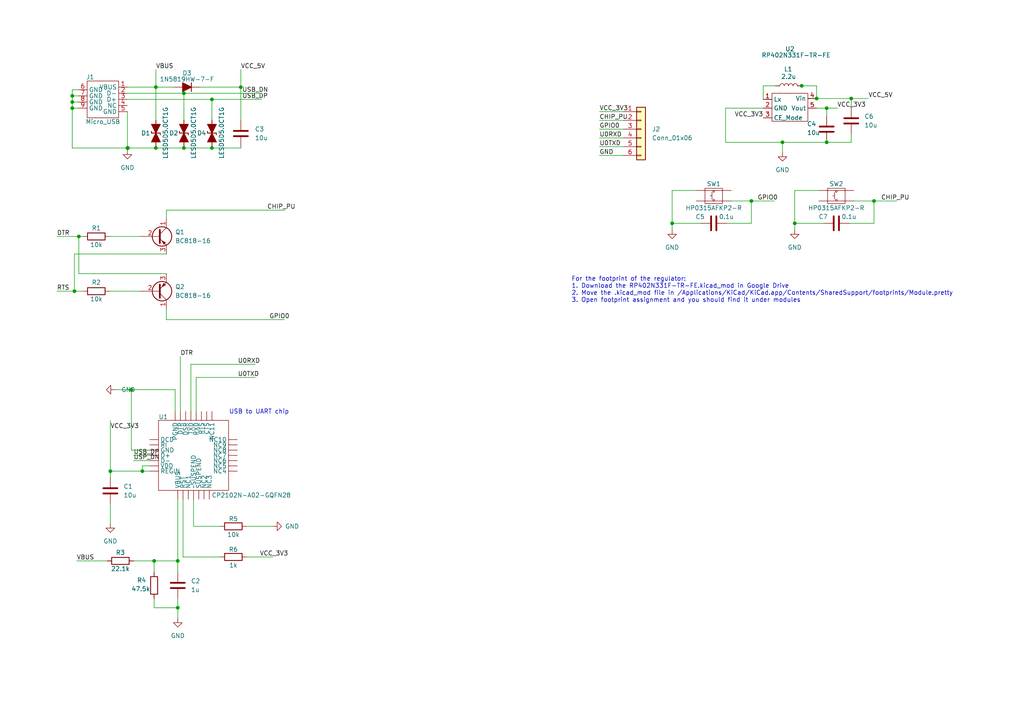
<source format=kicad_sch>
(kicad_sch (version 20211123) (generator eeschema)
  (paper "A4")
  (lib_symbols
    (symbol "Connector:Micro_USB"
      (property "Reference" "J" (at 0.254 5.842 0))
      (property "Value" "Micro_USB" (at 0 3.81 0))
      (symbol "Micro_USB_0_1"
        (rectangle (start -4.572 2.54) (end 4.572 -8.128))
      )
      (symbol "Micro_USB_1_1"
        (pin input line (at 7.112 0.762 180) (length 2.54) (name "VBUS") (number "1"))
        (pin input line (at 7.112 -1.016 180) (length 2.54) (name "D-") (number "2"))
        (pin input line (at 7.112 -2.794 180) (length 2.54) (name "D+") (number "3"))
        (pin input line (at 7.112 -4.572 180) (length 2.54) (name "NC") (number "4"))
        (pin input line (at 7.112 -6.35 180) (length 2.54) (name "GND") (number "5"))
        (pin input line (at -7.112 0 0) (length 2.54) (name "GND") (number "6"))
        (pin input line (at -7.112 -1.778 0) (length 2.54) (name "GND") (number "7"))
        (pin input line (at -7.112 -3.556 0) (length 2.54) (name "GND") (number "8"))
        (pin input line (at -7.112 -5.334 0) (length 2.54) (name "GND") (number "9"))
      )
    )
    (symbol "Connector_Generic:Conn_01x06" (pin_names (offset 1.016) hide)
      (property "Reference" "J" (at 0 7.62 0))
      (property "Value" "Conn_01x06" (at 0 -10.16 0))
      (symbol "Conn_01x06_1_1"
        (rectangle (start -1.27 -7.493) (end 0 -7.747) (stroke (width 0.1524)))
        (rectangle (start -1.27 -4.953) (end 0 -5.207) (stroke (width 0.1524)))
        (rectangle (start -1.27 -2.413) (end 0 -2.667) (stroke (width 0.1524)))
        (rectangle (start -1.27 0.127) (end 0 -0.127) (stroke (width 0.1524)))
        (rectangle (start -1.27 2.667) (end 0 2.413) (stroke (width 0.1524)))
        (rectangle (start -1.27 5.207) (end 0 4.953) (stroke (width 0.1524)))
        (rectangle (start -1.27 6.35) (end 1.27 -8.89) (stroke (width 0.254)) (fill (type background)))
        (pin passive line (at -5.08 5.08 0) (length 3.81) (name "Pin_1") (number "1"))
        (pin passive line (at -5.08 2.54 0) (length 3.81) (name "Pin_2") (number "2"))
        (pin passive line (at -5.08 0 0) (length 3.81) (name "Pin_3") (number "3"))
        (pin passive line (at -5.08 -2.54 0) (length 3.81) (name "Pin_4") (number "4"))
        (pin passive line (at -5.08 -5.08 0) (length 3.81) (name "Pin_5") (number "5"))
        (pin passive line (at -5.08 -7.62 0) (length 3.81) (name "Pin_6") (number "6"))
      )
    )
    (symbol "Device:C" (pin_numbers hide) (pin_names (offset 0.254))
      (property "Reference" "C" (at 0.635 2.54 0))
      (property "Value" "C" (at 0.635 -2.54 0))
      (symbol "C_0_1"
        (polyline (pts (xy -2.032 -0.762) (xy 2.032 -0.762)) (stroke (width 0.508)))
        (polyline (pts (xy -2.032 0.762) (xy 2.032 0.762)) (stroke (width 0.508)))
      )
      (symbol "C_1_1"
        (pin passive line (at 0 3.81 270) (length 2.794) (name "~") (number "1"))
        (pin passive line (at 0 -3.81 90) (length 2.794) (name "~") (number "2"))
      )
    )
    (symbol "Device:CP2102N-A02-GQFN28"
      (property "Reference" "U" (at -9.398 11.176 0))
      (property "Value" "CP2102N-A02-GQFN28" (at 16.51 -11.43 0))
      (symbol "CP2102N-A02-GQFN28_0_1"
        (rectangle (start -10.16 10.16) (end 10.16 -10.16))
      )
      (symbol "CP2102N-A02-GQFN28_1_1"
        (pin input line (at 3.81 12.7 270) (length 2.54) (name "CTS") (number ""))
        (pin input line (at -12.7 0 0) (length 2.54) (name "D+") (number ""))
        (pin input line (at -12.7 -1.524 0) (length 2.54) (name "D-") (number ""))
        (pin input line (at -12.7 4.572 0) (length 2.54) (name "DCD") (number ""))
        (pin input line (at -2.286 12.7 270) (length 2.54) (name "DSR") (number ""))
        (pin input line (at -3.81 12.7 270) (length 2.54) (name "DTR") (number ""))
        (pin input line (at -12.7 1.524 0) (length 2.54) (name "GND") (number ""))
        (pin input line (at -1.524 -12.7 90) (length 2.54) (name "NC1") (number ""))
        (pin input line (at 12.7 4.572 180) (length 2.54) (name "NC10") (number ""))
        (pin input line (at 5.334 12.7 270) (length 2.54) (name "NC11") (number ""))
        (pin input line (at 3.048 -12.7 90) (length 2.54) (name "NC2") (number ""))
        (pin input line (at 4.572 -12.7 90) (length 2.54) (name "NC3") (number ""))
        (pin input line (at 12.7 -4.572 180) (length 2.54) (name "NC4") (number ""))
        (pin input line (at 12.7 -3.048 180) (length 2.54) (name "NC5") (number ""))
        (pin input line (at 12.7 -1.524 180) (length 2.54) (name "NC6") (number ""))
        (pin input line (at 12.7 0 180) (length 2.54) (name "NC7") (number ""))
        (pin input line (at 12.7 1.524 180) (length 2.54) (name "NC8") (number ""))
        (pin input line (at 12.7 3.048 180) (length 2.54) (name "NC9") (number ""))
        (pin input line (at -5.334 12.7 270) (length 2.54) (name "PGND") (number ""))
        (pin input line (at -12.7 -4.572 0) (length 2.54) (name "REGIN") (number ""))
        (pin input line (at -12.7 3.048 0) (length 2.54) (name "RI") (number ""))
        (pin input line (at -3.048 -12.7 90) (length 2.54) (name "RST") (number ""))
        (pin input line (at 2.286 12.7 270) (length 2.54) (name "RTS") (number ""))
        (pin input line (at 0.762 12.7 270) (length 2.54) (name "RXD") (number ""))
        (pin input line (at 1.524 -12.7 90) (length 2.54) (name "SUSPEND") (number ""))
        (pin input line (at -0.762 12.7 270) (length 2.54) (name "TXD") (number ""))
        (pin input line (at -4.572 -12.7 90) (length 2.54) (name "VBUS") (number ""))
        (pin input line (at -12.7 -3.048 0) (length 2.54) (name "VDD") (number ""))
        (pin input line (at 0 -12.7 90) (length 2.54) (name "~SUSPEND") (number ""))
      )
    )
    (symbol "Device:D_Filled" (pin_numbers hide) (pin_names (offset 1.016) hide)
      (property "Reference" "D" (at 0 2.54 0))
      (property "Value" "D_Filled" (at 0 -2.54 0))
      (symbol "D_Filled_0_1"
        (polyline (pts (xy -1.27 1.27) (xy -1.27 -1.27)) (stroke (width 0.254)))
        (polyline (pts (xy 1.27 0) (xy -1.27 0)))
        (polyline (pts (xy 1.27 1.27) (xy 1.27 -1.27) (xy -1.27 0) (xy 1.27 1.27)) (stroke (width 0.254)) (fill (type outline)))
      )
      (symbol "D_Filled_1_1"
        (pin passive line (at -3.81 0 0) (length 2.54) (name "K") (number "1"))
        (pin passive line (at 3.81 0 180) (length 2.54) (name "A") (number "2"))
      )
    )
    (symbol "Device:D_TVS_Filled" (pin_numbers hide) (pin_names (offset 1.016) hide)
      (property "Reference" "D" (at 0 2.54 0))
      (property "Value" "D_TVS_Filled" (at 0 -2.54 0))
      (symbol "D_TVS_Filled_0_1"
        (polyline (pts (xy 1.27 0) (xy -1.27 0)))
        (polyline (pts (xy -2.54 -1.27) (xy 0 0) (xy -2.54 1.27) (xy -2.54 -1.27)) (stroke (width 0.254)) (fill (type outline)))
        (polyline (pts (xy 0.508 1.27) (xy 0 1.27) (xy 0 -1.27) (xy -0.508 -1.27)) (stroke (width 0.254)))
        (polyline (pts (xy 2.54 1.27) (xy 2.54 -1.27) (xy 0 0) (xy 2.54 1.27)) (stroke (width 0.254)) (fill (type outline)))
      )
      (symbol "D_TVS_Filled_1_1"
        (pin passive line (at -3.81 0 0) (length 2.54) (name "A1") (number "1"))
        (pin passive line (at 3.81 0 180) (length 2.54) (name "A2") (number "2"))
      )
    )
    (symbol "Device:L" (pin_numbers hide) (pin_names (offset 1.016) hide)
      (property "Reference" "L" (at -1.27 0 90))
      (property "Value" "L" (at 1.905 0 90))
      (symbol "L_0_1"
        (arc (start 0 -2.54) (mid 0.635 -1.905) (end 0 -1.27))
        (arc (start 0 -1.27) (mid 0.635 -0.635) (end 0 0))
        (arc (start 0 0) (mid 0.635 0.635) (end 0 1.27))
        (arc (start 0 1.27) (mid 0.635 1.905) (end 0 2.54))
      )
      (symbol "L_1_1"
        (pin passive line (at 0 3.81 270) (length 1.27) (name "1") (number "1"))
        (pin passive line (at 0 -3.81 90) (length 1.27) (name "2") (number "2"))
      )
    )
    (symbol "Device:Q_PNP_CBE" (pin_names (offset 0) hide)
      (property "Reference" "Q" (at 5.08 1.27 0))
      (property "Value" "Q_PNP_CBE" (at 5.08 -1.27 0))
      (symbol "Q_PNP_CBE_0_1"
        (polyline (pts (xy 0.635 0.635) (xy 2.54 2.54)))
        (polyline (pts (xy 0.635 -0.635) (xy 2.54 -2.54) (xy 2.54 -2.54)))
        (polyline (pts (xy 0.635 1.905) (xy 0.635 -1.905) (xy 0.635 -1.905)) (stroke (width 0.508)))
        (polyline (pts (xy 2.286 -1.778) (xy 1.778 -2.286) (xy 1.27 -1.27) (xy 2.286 -1.778) (xy 2.286 -1.778)) (fill (type outline)))
        (circle (center 1.27 0) (radius 2.8194) (stroke (width 0.254)))
      )
      (symbol "Q_PNP_CBE_1_1"
        (pin passive line (at 2.54 5.08 270) (length 2.54) (name "C") (number "1"))
        (pin input line (at -5.08 0 0) (length 5.715) (name "B") (number "2"))
        (pin passive line (at 2.54 -5.08 90) (length 2.54) (name "E") (number "3"))
      )
    )
    (symbol "Device:R" (pin_numbers hide) (pin_names (offset 0))
      (property "Reference" "R" (at 2.032 0 90))
      (property "Value" "R" (at 0 0 90))
      (symbol "R_0_1"
        (rectangle (start -1.016 -2.54) (end 1.016 2.54) (stroke (width 0.254)))
      )
      (symbol "R_1_1"
        (pin passive line (at 0 3.81 270) (length 1.27) (name "~") (number "1"))
        (pin passive line (at 0 -3.81 90) (length 1.27) (name "~") (number "2"))
      )
    )
    (symbol "Switch:NTC013-AT1J-A160T"
      (property "Reference" "SW" (at 0 -1.016 0))
      (property "Value" "NTC013-AT1J-A160T" (at 0.508 -7.62 0))
      (symbol "NTC013-AT1J-A160T_0_1"
        (rectangle (start -2.54 -1.905) (end 2.54 -6.35))
        (circle (center 0 -5.334) (radius 0.254))
        (circle (center 0 -2.794) (radius 0.254))
        (polyline (pts (xy -2.54 -5.588) (xy 2.54 -5.588)))
        (polyline (pts (xy -2.54 -2.54) (xy 2.54 -2.54)))
        (polyline (pts (xy -0.508 -4.064) (xy -1.016 -4.064)))
        (polyline (pts (xy -0.508 -3.048) (xy -0.508 -5.08)))
      )
      (symbol "NTC013-AT1J-A160T_1_1"
        (pin input line (at -5.08 -5.588 0) (length 2.54) (name "") (number ""))
        (pin input line (at -5.08 -2.54 0) (length 2.54) (name "") (number ""))
        (pin output line (at 5.08 -5.588 180) (length 2.54) (name "") (number ""))
        (pin output line (at 5.08 -2.54 180) (length 2.54) (name "") (number ""))
      )
    )
    (symbol "power:GND" (power) (pin_names (offset 0))
      (property "Value" "GND" (at 0 -3.81 0))
      (symbol "GND_0_1"
        (polyline (pts (xy 0 0) (xy 0 -1.27) (xy 1.27 -1.27) (xy 0 -2.54) (xy -1.27 -1.27) (xy 0 -1.27)))
      )
      (symbol "GND_1_1"
        (pin power_in line (at 0 0 270) (length 0) hide (name "GND") (number "1"))
      )
    )
    (symbol "power:RP402N331F-TR-FE"
      (property "Reference" "U" (at -0.762 -1.524 0))
      (property "Value" "RP402N331F-TR-FE" (at -0.508 -11.938 0))
      (symbol "RP402N331F-TR-FE_0_1"
        (rectangle (start -6.35 -2.54) (end 4.064 -10.668))
        (rectangle (start -3.81 -2.032) (end -3.81 -2.032))
      )
      (symbol "RP402N331F-TR-FE_1_1"
        (pin input line (at -8.89 -4.318 0) (length 2.54) (name "Lx") (number "1"))
        (pin input line (at -8.89 -6.858 0) (length 2.54) (name "GND") (number "2"))
        (pin input line (at -8.89 -9.652 0) (length 2.54) (name "CE_Mode") (number "3"))
        (pin input line (at 6.604 -4.064 180) (length 2.54) (name "Vin") (number "4"))
        (pin input line (at 6.604 -6.858 180) (length 2.54) (name "Vout") (number "5"))
      )
    )
  )
  (junction (at 45.212 25.273))
  (junction (at 61.468 42.926))
  (junction (at 20.955 31.369))
  (junction (at 53.34 27.051))
  (junction (at 20.955 29.591))
  (junction (at 32.004 136.652))
  (junction (at 22.86 68.58))
  (junction (at 41.275 136.652))
  (junction (at 246.888 28.575))
  (junction (at 230.505 64.77))
  (junction (at 239.776 31.369))
  (junction (at 236.855 28.575))
  (junction (at 226.949 41.275))
  (junction (at 232.537 24.892))
  (junction (at 36.957 42.926))
  (junction (at 44.704 162.687))
  (junction (at 194.945 64.77))
  (junction (at 38.1 113.03))
  (junction (at 53.34 42.926))
  (junction (at 239.776 41.275))
  (junction (at 37.084 42.926))
  (junction (at 51.562 176.276))
  (junction (at 217.932 58.293))
  (junction (at 21.59 84.455))
  (junction (at 51.562 162.687))
  (junction (at 45.212 42.926))
  (junction (at 69.85 25.273))
  (junction (at 253.492 58.293))
  (junction (at 20.955 27.813))
  (junction (at 61.468 28.829))
  (wire (pts (xy 44.704 162.687) (xy 51.562 162.687)))
  (wire (pts (xy 63.881 161.544) (xy 53.086 161.544)))
  (wire (pts (xy 45.212 42.926) (xy 37.084 42.926)))
  (wire (pts (xy 247.65 58.293) (xy 253.492 58.293)))
  (wire (pts (xy 48.26 73.66) (xy 21.59 73.66)))
  (wire (pts (xy 22.86 68.58) (xy 16.51 68.58)))
  (wire (pts (xy 246.888 38.862) (xy 246.888 41.275)))
  (wire (pts (xy 44.704 165.989) (xy 44.704 162.687)))
  (wire (pts (xy 56.896 119.38) (xy 56.896 109.474)))
  (wire (pts (xy 21.59 73.66) (xy 21.59 84.455)))
  (wire (pts (xy 239.776 41.275) (xy 246.888 41.275)))
  (wire (pts (xy 230.505 55.245) (xy 230.505 64.77)))
  (wire (pts (xy 32.004 122.047) (xy 32.004 136.652)))
  (wire (pts (xy 20.955 27.813) (xy 20.955 29.591)))
  (wire (pts (xy 69.85 42.545) (xy 69.85 42.926)))
  (wire (pts (xy 253.492 58.293) (xy 253.492 64.77)))
  (wire (pts (xy 22.86 68.58) (xy 22.86 79.375)))
  (wire (pts (xy 22.733 31.369) (xy 20.955 31.369)))
  (wire (pts (xy 45.212 25.273) (xy 45.212 34.798)))
  (wire (pts (xy 230.505 64.77) (xy 230.505 66.675)))
  (wire (pts (xy 201.93 55.245) (xy 194.945 55.245)))
  (wire (pts (xy 55.372 119.38) (xy 55.372 105.664)))
  (wire (pts (xy 173.863 45.085) (xy 180.848 45.085)))
  (wire (pts (xy 69.85 25.273) (xy 69.85 20.193)))
  (wire (pts (xy 194.945 55.245) (xy 194.945 64.77)))
  (wire (pts (xy 246.888 28.575) (xy 251.841 28.575)))
  (wire (pts (xy 53.34 27.051) (xy 53.34 34.798)))
  (wire (pts (xy 212.09 58.293) (xy 217.932 58.293)))
  (wire (pts (xy 237.49 55.245) (xy 230.505 55.245)))
  (wire (pts (xy 58.039 25.273) (xy 69.85 25.273)))
  (wire (pts (xy 217.932 58.293) (xy 224.536 58.293)))
  (wire (pts (xy 221.361 24.892) (xy 224.917 24.892)))
  (wire (pts (xy 210.439 31.369) (xy 210.439 41.275)))
  (wire (pts (xy 38.735 132.08) (xy 43.434 132.08)))
  (wire (pts (xy 61.468 28.829) (xy 61.468 34.798)))
  (wire (pts (xy 53.34 27.051) (xy 75.819 27.051)))
  (wire (pts (xy 36.957 32.385) (xy 36.957 42.926)))
  (wire (pts (xy 246.888 28.575) (xy 246.888 31.242)))
  (wire (pts (xy 232.41 24.892) (xy 232.537 24.892)))
  (wire (pts (xy 33.401 113.03) (xy 38.1 113.03)))
  (wire (pts (xy 22.733 27.813) (xy 20.955 27.813)))
  (wire (pts (xy 22.225 162.687) (xy 31.115 162.687)))
  (wire (pts (xy 51.562 144.78) (xy 51.562 162.687)))
  (wire (pts (xy 38.735 162.687) (xy 44.704 162.687)))
  (wire (pts (xy 173.863 37.465) (xy 180.848 37.465)))
  (wire (pts (xy 173.863 32.385) (xy 180.848 32.385)))
  (wire (pts (xy 45.212 20.193) (xy 45.212 25.273)))
  (wire (pts (xy 51.562 173.609) (xy 51.562 176.276)))
  (wire (pts (xy 22.733 29.591) (xy 20.955 29.591)))
  (wire (pts (xy 236.855 24.892) (xy 236.855 28.575)))
  (wire (pts (xy 239.776 31.369) (xy 242.951 31.369)))
  (wire (pts (xy 236.855 31.369) (xy 239.776 31.369)))
  (wire (pts (xy 55.372 105.664) (xy 74.041 105.664)))
  (wire (pts (xy 45.212 25.273) (xy 50.419 25.273)))
  (wire (pts (xy 61.468 28.829) (xy 75.819 28.829)))
  (wire (pts (xy 41.275 135.128) (xy 41.275 136.652)))
  (wire (pts (xy 226.949 41.275) (xy 210.439 41.275)))
  (wire (pts (xy 61.468 42.418) (xy 61.468 42.926)))
  (wire (pts (xy 53.34 42.926) (xy 45.212 42.926)))
  (wire (pts (xy 56.134 152.654) (xy 63.881 152.654)))
  (wire (pts (xy 56.134 144.78) (xy 56.134 152.654)))
  (wire (pts (xy 48.26 60.96) (xy 82.55 60.96)))
  (wire (pts (xy 71.501 161.544) (xy 79.121 161.544)))
  (wire (pts (xy 48.26 89.535) (xy 48.26 92.71)))
  (wire (pts (xy 22.86 79.375) (xy 48.26 79.375)))
  (wire (pts (xy 221.361 31.369) (xy 210.439 31.369)))
  (wire (pts (xy 173.863 42.545) (xy 180.848 42.545)))
  (wire (pts (xy 53.086 161.544) (xy 53.086 144.78)))
  (wire (pts (xy 71.501 152.654) (xy 79.121 152.654)))
  (wire (pts (xy 20.955 42.926) (xy 36.957 42.926)))
  (wire (pts (xy 31.75 84.455) (xy 40.64 84.455)))
  (wire (pts (xy 226.949 41.275) (xy 226.949 44.196)))
  (wire (pts (xy 61.468 42.926) (xy 53.34 42.926)))
  (wire (pts (xy 36.957 42.926) (xy 36.957 43.561)))
  (wire (pts (xy 41.275 136.652) (xy 43.434 136.652)))
  (wire (pts (xy 24.13 68.58) (xy 22.86 68.58)))
  (wire (pts (xy 221.361 28.829) (xy 221.361 24.892)))
  (wire (pts (xy 38.1 130.556) (xy 38.1 113.03)))
  (wire (pts (xy 31.75 68.58) (xy 40.64 68.58)))
  (wire (pts (xy 45.212 42.418) (xy 45.212 42.926)))
  (wire (pts (xy 32.004 136.652) (xy 41.275 136.652)))
  (wire (pts (xy 32.004 146.177) (xy 32.004 151.892)))
  (wire (pts (xy 21.59 84.455) (xy 24.13 84.455)))
  (wire (pts (xy 43.434 135.128) (xy 41.275 135.128)))
  (wire (pts (xy 217.932 64.77) (xy 210.82 64.77)))
  (wire (pts (xy 69.85 42.926) (xy 61.468 42.926)))
  (wire (pts (xy 52.324 103.378) (xy 52.324 119.38)))
  (wire (pts (xy 48.26 60.96) (xy 48.26 63.5)))
  (wire (pts (xy 20.955 26.035) (xy 20.955 27.813)))
  (wire (pts (xy 53.34 42.418) (xy 53.34 42.926)))
  (wire (pts (xy 51.562 176.276) (xy 51.562 179.324)))
  (wire (pts (xy 44.704 176.276) (xy 51.562 176.276)))
  (wire (pts (xy 194.945 64.77) (xy 194.945 66.675)))
  (wire (pts (xy 253.492 58.293) (xy 260.096 58.293)))
  (wire (pts (xy 173.863 34.925) (xy 180.848 34.925)))
  (wire (pts (xy 48.26 92.71) (xy 82.55 92.71)))
  (wire (pts (xy 36.957 25.273) (xy 45.212 25.273)))
  (wire (pts (xy 36.957 28.829) (xy 61.468 28.829)))
  (wire (pts (xy 232.537 24.892) (xy 236.855 24.892)))
  (wire (pts (xy 51.562 162.687) (xy 51.562 165.989)))
  (wire (pts (xy 50.8 119.38) (xy 50.8 113.03)))
  (wire (pts (xy 44.704 173.609) (xy 44.704 176.276)))
  (wire (pts (xy 20.955 31.369) (xy 20.955 42.926)))
  (wire (pts (xy 20.955 29.591) (xy 20.955 31.369)))
  (wire (pts (xy 194.945 64.77) (xy 203.2 64.77)))
  (wire (pts (xy 36.957 27.051) (xy 53.34 27.051)))
  (wire (pts (xy 173.863 40.005) (xy 180.848 40.005)))
  (wire (pts (xy 236.855 28.575) (xy 246.888 28.575)))
  (wire (pts (xy 22.733 26.035) (xy 20.955 26.035)))
  (wire (pts (xy 69.85 34.925) (xy 69.85 25.273)))
  (wire (pts (xy 239.776 41.275) (xy 226.949 41.275)))
  (wire (pts (xy 239.776 31.369) (xy 239.776 33.655)))
  (wire (pts (xy 230.505 64.77) (xy 238.76 64.77)))
  (wire (pts (xy 38.735 133.604) (xy 43.434 133.604)))
  (wire (pts (xy 38.1 113.03) (xy 50.8 113.03)))
  (wire (pts (xy 16.51 84.455) (xy 21.59 84.455)))
  (wire (pts (xy 32.004 136.652) (xy 32.004 138.557)))
  (wire (pts (xy 56.896 109.474) (xy 74.041 109.474)))
  (wire (pts (xy 217.932 58.293) (xy 217.932 64.77)))
  (wire (pts (xy 43.434 130.556) (xy 38.1 130.556)))
  (wire (pts (xy 253.492 64.77) (xy 246.38 64.77)))
  (text "For the footprint of the regulator:\n1. Download the RP402N331F-TR-FE.kicad_mod in Google Drive\n2. Move the .kicad_mod file in /Applications/KiCad/KiCad.app/Contents/SharedSupport/footprints/Module.pretty\n3. Open footprint assignment and you should find it under modules" (at 165.735 87.884 0) (effects (font (size 1.27 1.27)) (justify left bottom)))
  (text "USB to UART chip" (at 66.421 120.269 0) (effects (font (size 1.27 1.27)) (justify left bottom)))
  (label "VCC_3V3" (at 173.863 32.385 0))
  (label "GPIO0" (at 78.105 92.71 0))
  (label "VCC_3V3" (at 75.311 161.544 0))
  (label "VCC_5V" (at 69.85 20.193 0))
  (label "U0TXD" (at 68.961 109.474 0))
  (label "CHIP_PU" (at 255.524 58.293 0))
  (label "VBUS" (at 22.225 162.687 0))
  (label "GND" (at 173.863 45.085 0))
  (label "VCC_3V3" (at 32.004 124.587 0))
  (label "U0RXD" (at 173.863 40.005 0))
  (label "GPIO0" (at 173.863 37.465 0))
  (label "CHIP_PU" (at 77.47 60.96 0))
  (label "GPIO0" (at 219.71 58.293 0))
  (label "VCC_3V3" (at 221.361 34.163 180))
  (label "VCC_5V" (at 251.841 28.575 0))
  (label "RTS" (at 16.51 84.455 0))
  (label "CHIP_PU" (at 173.863 34.925 0))
  (label "VBUS" (at 45.212 20.193 0))
  (label "U0TXD" (at 173.863 42.545 0))
  (label "DTR" (at 16.51 68.58 0))
  (label "DTR" (at 52.324 103.378 0))
  (label "U0RXD" (at 68.961 105.664 0))
  (label "USP_DN" (at 38.735 133.604 0))
  (label "USB_DN" (at 70.231 27.051 0))
  (label "VCC_3V3" (at 242.824 31.369 0))
  (label "USB_DP" (at 70.231 28.829 0))
  (label "USB_DP" (at 38.735 132.08 0))
  (symbol (lib_id "Device:R") (at 67.691 161.544 270) (unit 1)
    (property "Reference" "R6" (at 67.691 159.385 90))
    (property "Value" "1k" (at 67.691 163.957 90))
    (property "Footprint" "Resistor_SMD:R_0805_2012Metric" (effects hide))
  )
  (symbol (lib_id "Switch:NTC013-AT1J-A160T") (at 242.57 52.705 0) (unit 1)
    (property "Reference" "SW2" (at 242.57 53.34 0))
    (property "Value" "HP0315AFKP2-R" (at 242.57 60.325 0))
    (property "Footprint" "Module:NKK-HP0315AFKP2-R-0" (effects hide))
  )
  (symbol (lib_id "Device:D_TVS_Filled") (at 45.212 38.608 90) (unit 1)
    (property "Reference" "D1" (at 40.894 38.608 90) (effects (justify right)))
    (property "Value" "LESD5D5.0CT1G" (at 48.006 30.988 0) (effects (justify right)))
    (property "Footprint" "Diode_SMD:D_SOD-523" (effects hide))
  )
  (symbol (lib_id "Device:D_TVS_Filled") (at 53.34 38.608 90) (unit 1)
    (property "Reference" "D2" (at 49.022 38.608 90) (effects (justify right)))
    (property "Value" "LESD5D5.0CT1G" (at 56.134 30.988 0) (effects (justify right)))
    (property "Footprint" "Diode_SMD:D_SOD-523" (effects hide))
  )
  (symbol (lib_id "Switch:NTC013-AT1J-A160T") (at 207.01 52.705 0) (unit 1)
    (property "Reference" "SW1" (at 207.01 53.34 0))
    (property "Value" "HP0315AFKP2-R" (at 207.01 60.325 0))
    (property "Footprint" "Module:NKK-HP0315AFKP2-R-0" (effects hide))
  )
  (symbol (lib_id "Device:Q_PNP_CBE") (at 45.72 84.455 0) (mirror x) (unit 1)
    (property "Reference" "Q2" (at 50.8 83.1849 0) (effects (justify left)))
    (property "Value" "BC818-16" (at 50.8 85.7249 0) (effects (justify left)))
    (property "Footprint" "Package_TO_SOT_SMD:SOT-23" (effects hide))
  )
  (symbol (lib_id "Device:C") (at 242.57 64.77 90) (unit 1)
    (property "Reference" "C7" (at 238.76 62.865 90))
    (property "Value" "0.1u" (at 246.253 62.865 90))
    (property "Footprint" "Capacitor_SMD:C_0805_2012Metric" (effects hide))
  )
  (symbol (lib_id "power:RP402N331F-TR-FE") (at 230.251 24.511 0) (unit 1)
    (property "Reference" "U2" (at 229.108 14.224 0))
    (property "Value" "RP402N331F-TR-FE" (at 230.886 16.002 0))
    (property "Footprint" "Module:RP402N331F-TR-FE" (effects hide))
  )
  (symbol (lib_id "power:GND") (at 194.945 66.675 0) (unit 1)
    (property "Reference" "#PWR0102" (effects hide))
    (property "Value" "GND" (at 194.945 71.755 0))
  )
  (symbol (lib_id "power:GND") (at 51.562 179.324 0) (unit 1)
    (property "Reference" "#PWR0109" (effects hide))
    (property "Value" "GND" (at 51.562 184.404 0))
  )
  (symbol (lib_id "power:GND") (at 226.949 44.196 0) (unit 1)
    (property "Reference" "#PWR0101" (effects hide))
    (property "Value" "GND" (at 226.949 49.276 0))
  )
  (symbol (lib_id "Device:D_TVS_Filled") (at 61.468 38.608 90) (unit 1)
    (property "Reference" "D4" (at 57.15 38.608 90) (effects (justify right)))
    (property "Value" "LESD5D5.0CT1G" (at 64.262 30.988 0) (effects (justify right)))
    (property "Footprint" "Diode_SMD:D_SOD-523" (effects hide))
  )
  (symbol (lib_id "Device:C") (at 32.004 142.367 0) (unit 1)
    (property "Reference" "C1" (at 35.814 141.0969 0) (effects (justify left)))
    (property "Value" "10u" (at 35.814 143.6369 0) (effects (justify left)))
    (property "Footprint" "Capacitor_SMD:C_0805_2012Metric" (effects hide))
  )
  (symbol (lib_id "power:GND") (at 36.957 43.561 0) (unit 1)
    (property "Reference" "#PWR0104" (effects hide))
    (property "Value" "GND" (at 36.957 48.641 0))
  )
  (symbol (lib_id "Device:R") (at 27.94 84.455 90) (unit 1)
    (property "Reference" "R2" (at 27.94 81.915 90))
    (property "Value" "10k" (at 27.94 86.741 90))
    (property "Footprint" "Resistor_SMD:R_0805_2012Metric" (effects hide))
  )
  (symbol (lib_id "Device:R") (at 44.704 169.799 180) (unit 1)
    (property "Reference" "R4" (at 39.751 168.275 0) (effects (justify right)))
    (property "Value" "47.5k" (at 38.1 170.815 0) (effects (justify right)))
    (property "Footprint" "Resistor_SMD:R_0805_2012Metric" (effects hide))
  )
  (symbol (lib_id "Device:C") (at 239.776 37.465 180) (unit 1)
    (property "Reference" "C4" (at 234.061 35.941 0) (effects (justify right)))
    (property "Value" "10u" (at 234.061 38.481 0) (effects (justify right)))
    (property "Footprint" "Capacitor_SMD:C_0805_2012Metric_Pad1.18x1.45mm_HandSolder" (effects hide))
  )
  (symbol (lib_id "Device:L") (at 228.727 24.892 90) (unit 1)
    (property "Reference" "L1" (at 228.6 20.066 90))
    (property "Value" "2.2u" (at 228.727 22.225 90))
    (property "Footprint" "Inductor_SMD:L_0805_2012Metric_Pad1.05x1.20mm_HandSolder" (effects hide))
  )
  (symbol (lib_id "Device:C") (at 246.888 35.052 0) (unit 1)
    (property "Reference" "C6" (at 250.698 33.7819 0) (effects (justify left)))
    (property "Value" "10u" (at 250.698 36.3219 0) (effects (justify left)))
    (property "Footprint" "Capacitor_SMD:C_0805_2012Metric_Pad1.18x1.45mm_HandSolder" (effects hide))
  )
  (symbol (lib_id "Device:D_Filled") (at 54.229 25.273 180) (unit 1)
    (property "Reference" "D3" (at 54.229 21.209 0))
    (property "Value" "1N5819HW-7-F" (at 54.229 22.987 0))
    (property "Footprint" "Diode_SMD:D_SOD-123" (effects hide))
  )
  (symbol (lib_id "power:GND") (at 32.004 151.892 0) (unit 1)
    (property "Reference" "#PWR0108" (effects hide))
    (property "Value" "GND" (at 32.004 156.972 0))
  )
  (symbol (lib_id "Device:C") (at 69.85 38.735 0) (unit 1)
    (property "Reference" "C3" (at 73.914 37.4649 0) (effects (justify left)))
    (property "Value" "10u" (at 73.914 40.0049 0) (effects (justify left)))
    (property "Footprint" "Capacitor_SMD:C_0805_2012Metric" (effects hide))
  )
  (symbol (lib_id "Connector:Micro_USB") (at 29.845 26.035 0) (unit 1)
    (property "Reference" "J1" (at 26.162 22.352 0))
    (property "Value" "Micro_USB" (at 29.845 35.306 0))
    (property "Footprint" "Connector_USB:USB_Micro-B_Amphenol_10103594-0001LF_Horizontal" (effects hide))
  )
  (symbol (lib_id "Device:C") (at 207.01 64.77 90) (unit 1)
    (property "Reference" "C5" (at 203.073 62.865 90))
    (property "Value" "0.1u" (at 210.693 62.865 90))
    (property "Footprint" "Capacitor_SMD:C_0805_2012Metric" (effects hide))
  )
  (symbol (lib_id "Connector_Generic:Conn_01x06") (at 185.928 37.465 0) (unit 1)
    (property "Reference" "J2" (at 189.103 37.4649 0) (effects (justify left)))
    (property "Value" "Conn_01x06" (at 189.103 40.0049 0) (effects (justify left)))
    (property "Footprint" "Connector_PinHeader_1.00mm:PinHeader_1x06_P1.00mm_Vertical" (effects hide))
  )
  (symbol (lib_id "Device:R") (at 67.691 152.654 270) (unit 1)
    (property "Reference" "R5" (at 67.691 150.495 90))
    (property "Value" "10k" (at 67.691 155.067 90))
    (property "Footprint" "Resistor_SMD:R_0805_2012Metric" (effects hide))
  )
  (symbol (lib_id "Device:Q_PNP_CBE") (at 45.72 68.58 0) (unit 1)
    (property "Reference" "Q1" (at 50.8 67.3099 0) (effects (justify left)))
    (property "Value" "BC818-16" (at 50.8 69.8499 0) (effects (justify left)))
    (property "Footprint" "Package_TO_SOT_SMD:SOT-23" (effects hide))
  )
  (symbol (lib_id "Device:R") (at 34.925 162.687 270) (unit 1)
    (property "Reference" "R3" (at 34.925 160.274 90))
    (property "Value" "22.1k" (at 34.925 164.973 90))
    (property "Footprint" "Resistor_SMD:R_0805_2012Metric" (effects hide))
  )
  (symbol (lib_id "power:GND") (at 33.401 113.03 270) (unit 1)
    (property "Reference" "#PWR0103" (effects hide))
    (property "Value" "GND" (at 35.179 113.0299 90) (effects (justify left)))
  )
  (symbol (lib_id "Device:C") (at 51.562 169.799 0) (unit 1)
    (property "Reference" "C2" (at 55.372 168.5289 0) (effects (justify left)))
    (property "Value" "1u" (at 55.372 171.0689 0) (effects (justify left)))
    (property "Footprint" "Capacitor_SMD:C_0805_2012Metric" (effects hide))
  )
  (symbol (lib_id "power:GND") (at 230.505 66.675 0) (unit 1)
    (property "Reference" "#PWR0105" (effects hide))
    (property "Value" "GND" (at 230.505 71.755 0))
  )
  (symbol (lib_id "Device:CP2102N-A02-GQFN28") (at 56.134 132.08 0) (unit 1)
    (property "Reference" "U1" (at 47.371 120.904 0))
    (property "Value" "CP2102N-A02-GQFN28" (at 72.898 143.637 0))
    (property "Footprint" "Package_DFN_QFN:QFN-28-1EP_5x5mm_P0.5mm_EP3.35x3.35mm" (effects hide))
  )
  (symbol (lib_id "power:GND") (at 79.121 152.654 90) (unit 1)
    (property "Reference" "#PWR0107" (effects hide))
    (property "Value" "GND" (at 82.677 152.6539 90) (effects (justify right)))
  )
  (symbol (lib_id "Device:R") (at 27.94 68.58 90) (unit 1)
    (property "Reference" "R1" (at 27.94 66.167 90))
    (property "Value" "10k" (at 27.94 70.993 90))
    (property "Footprint" "Resistor_SMD:R_0805_2012Metric" (effects hide))
  )
)
</source>
